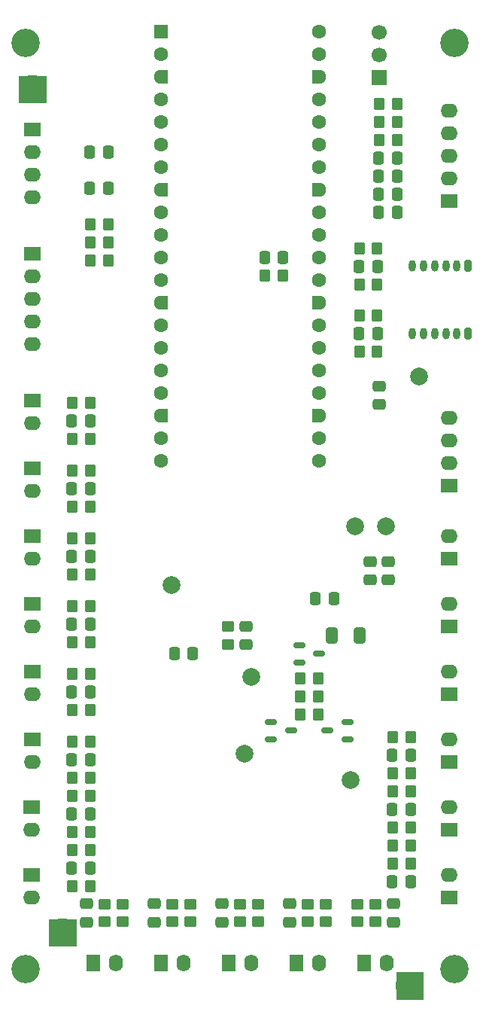
<source format=gbs>
%TF.GenerationSoftware,KiCad,Pcbnew,9.0.6-9.0.6~ubuntu24.04.1*%
%TF.CreationDate,2025-12-31T11:48:36-08:00*%
%TF.ProjectId,Pico-ButtonBoard-v1,5069636f-2d42-4757-9474-6f6e426f6172,1*%
%TF.SameCoordinates,Original*%
%TF.FileFunction,Soldermask,Bot*%
%TF.FilePolarity,Negative*%
%FSLAX46Y46*%
G04 Gerber Fmt 4.6, Leading zero omitted, Abs format (unit mm)*
G04 Created by KiCad (PCBNEW 9.0.6-9.0.6~ubuntu24.04.1) date 2025-12-31 11:48:36*
%MOMM*%
%LPD*%
G01*
G04 APERTURE LIST*
G04 Aperture macros list*
%AMRoundRect*
0 Rectangle with rounded corners*
0 $1 Rounding radius*
0 $2 $3 $4 $5 $6 $7 $8 $9 X,Y pos of 4 corners*
0 Add a 4 corners polygon primitive as box body*
4,1,4,$2,$3,$4,$5,$6,$7,$8,$9,$2,$3,0*
0 Add four circle primitives for the rounded corners*
1,1,$1+$1,$2,$3*
1,1,$1+$1,$4,$5*
1,1,$1+$1,$6,$7*
1,1,$1+$1,$8,$9*
0 Add four rect primitives between the rounded corners*
20,1,$1+$1,$2,$3,$4,$5,0*
20,1,$1+$1,$4,$5,$6,$7,0*
20,1,$1+$1,$6,$7,$8,$9,0*
20,1,$1+$1,$8,$9,$2,$3,0*%
%AMFreePoly0*
4,1,37,0.603843,0.796157,0.639018,0.796157,0.711114,0.766294,0.766294,0.711114,0.796157,0.639018,0.796157,0.603843,0.800000,0.600000,0.800000,-0.600000,0.796157,-0.603843,0.796157,-0.639018,0.766294,-0.711114,0.711114,-0.766294,0.639018,-0.796157,0.603843,-0.796157,0.600000,-0.800000,0.000000,-0.800000,0.000000,-0.796148,-0.078414,-0.796148,-0.232228,-0.765552,-0.377117,-0.705537,
-0.507515,-0.618408,-0.618408,-0.507515,-0.705537,-0.377117,-0.765552,-0.232228,-0.796148,-0.078414,-0.796148,0.078414,-0.765552,0.232228,-0.705537,0.377117,-0.618408,0.507515,-0.507515,0.618408,-0.377117,0.705537,-0.232228,0.765552,-0.078414,0.796148,0.000000,0.796148,0.000000,0.800000,0.600000,0.800000,0.603843,0.796157,0.603843,0.796157,$1*%
%AMFreePoly1*
4,1,37,0.000000,0.796148,0.078414,0.796148,0.232228,0.765552,0.377117,0.705537,0.507515,0.618408,0.618408,0.507515,0.705537,0.377117,0.765552,0.232228,0.796148,0.078414,0.796148,-0.078414,0.765552,-0.232228,0.705537,-0.377117,0.618408,-0.507515,0.507515,-0.618408,0.377117,-0.705537,0.232228,-0.765552,0.078414,-0.796148,0.000000,-0.796148,0.000000,-0.800000,-0.600000,-0.800000,
-0.603843,-0.796157,-0.639018,-0.796157,-0.711114,-0.766294,-0.766294,-0.711114,-0.796157,-0.639018,-0.796157,-0.603843,-0.800000,-0.600000,-0.800000,0.600000,-0.796157,0.603843,-0.796157,0.639018,-0.766294,0.711114,-0.711114,0.766294,-0.639018,0.796157,-0.603843,0.796157,-0.600000,0.800000,0.000000,0.800000,0.000000,0.796148,0.000000,0.796148,$1*%
G04 Aperture macros list end*
%ADD10C,0.100000*%
%ADD11R,1.600200X1.905000*%
%ADD12O,1.600200X1.905000*%
%ADD13R,1.905000X1.600200*%
%ADD14O,1.905000X1.600200*%
%ADD15C,2.000000*%
%ADD16RoundRect,0.200000X-0.600000X-0.600000X0.600000X-0.600000X0.600000X0.600000X-0.600000X0.600000X0*%
%ADD17C,1.600000*%
%ADD18FreePoly0,0.000000*%
%ADD19FreePoly1,0.000000*%
%ADD20R,1.700000X1.700000*%
%ADD21C,1.700000*%
%ADD22C,3.200000*%
%ADD23RoundRect,0.200000X0.200000X0.450000X-0.200000X0.450000X-0.200000X-0.450000X0.200000X-0.450000X0*%
%ADD24O,0.800000X1.300000*%
%ADD25RoundRect,0.250000X-0.350000X-0.450000X0.350000X-0.450000X0.350000X0.450000X-0.350000X0.450000X0*%
%ADD26RoundRect,0.250000X-0.337500X-0.475000X0.337500X-0.475000X0.337500X0.475000X-0.337500X0.475000X0*%
%ADD27RoundRect,0.250000X0.475000X-0.337500X0.475000X0.337500X-0.475000X0.337500X-0.475000X-0.337500X0*%
%ADD28RoundRect,0.150000X-0.512500X-0.150000X0.512500X-0.150000X0.512500X0.150000X-0.512500X0.150000X0*%
%ADD29RoundRect,0.250000X0.350000X0.450000X-0.350000X0.450000X-0.350000X-0.450000X0.350000X-0.450000X0*%
%ADD30RoundRect,0.250000X0.337500X0.475000X-0.337500X0.475000X-0.337500X-0.475000X0.337500X-0.475000X0*%
%ADD31RoundRect,0.250000X-0.450000X0.350000X-0.450000X-0.350000X0.450000X-0.350000X0.450000X0.350000X0*%
%ADD32RoundRect,0.150000X0.512500X0.150000X-0.512500X0.150000X-0.512500X-0.150000X0.512500X-0.150000X0*%
%ADD33RoundRect,0.250000X-0.475000X0.337500X-0.475000X-0.337500X0.475000X-0.337500X0.475000X0.337500X0*%
%ADD34RoundRect,0.250000X0.450000X-0.350000X0.450000X0.350000X-0.450000X0.350000X-0.450000X-0.350000X0*%
%ADD35C,3.124000*%
%ADD36RoundRect,0.250000X0.412500X0.650000X-0.412500X0.650000X-0.412500X-0.650000X0.412500X-0.650000X0*%
G04 APERTURE END LIST*
D10*
%TO.C,FID5*%
X185345200Y-174550200D02*
X182345200Y-174550200D01*
X182345200Y-171550200D01*
X185345200Y-171550200D01*
X185345200Y-174550200D01*
G36*
X185345200Y-174550200D02*
G01*
X182345200Y-174550200D01*
X182345200Y-171550200D01*
X185345200Y-171550200D01*
X185345200Y-174550200D01*
G37*
%TO.C,FID4*%
X224410400Y-180544600D02*
X221410400Y-180544600D01*
X221410400Y-177544600D01*
X224410400Y-177544600D01*
X224410400Y-180544600D01*
G36*
X224410400Y-180544600D02*
G01*
X221410400Y-180544600D01*
X221410400Y-177544600D01*
X224410400Y-177544600D01*
X224410400Y-180544600D01*
G37*
%TO.C,FID6*%
X181967000Y-79732000D02*
X178967000Y-79732000D01*
X178967000Y-76732000D01*
X181967000Y-76732000D01*
X181967000Y-79732000D01*
G36*
X181967000Y-79732000D02*
G01*
X178967000Y-79732000D01*
X178967000Y-76732000D01*
X181967000Y-76732000D01*
X181967000Y-79732000D01*
G37*
%TD*%
D11*
%TO.C,J14*%
X210185000Y-176530000D03*
D12*
X212725000Y-176530000D03*
%TD*%
D13*
%TO.C,J20*%
X227330000Y-138667820D03*
D14*
X227330000Y-136127820D03*
%TD*%
D15*
%TO.C,TP2*%
X204292200Y-152984200D03*
%TD*%
%TO.C,TP5*%
X216789000Y-127381000D03*
%TD*%
D13*
%TO.C,J6*%
X180411590Y-136138311D03*
D14*
X180411590Y-138678311D03*
%TD*%
D16*
%TO.C,A1*%
X194945000Y-71755000D03*
D17*
X194945000Y-74295000D03*
D18*
X194945000Y-76835000D03*
D17*
X194945000Y-79375000D03*
X194945000Y-81915000D03*
X194945000Y-84455000D03*
X194945000Y-86995000D03*
D18*
X194945000Y-89535000D03*
D17*
X194945000Y-92075000D03*
X194945000Y-94615000D03*
X194945000Y-97155000D03*
X194945000Y-99695000D03*
D18*
X194945000Y-102235000D03*
D17*
X194945000Y-104775000D03*
X194945000Y-107315000D03*
X194945000Y-109855000D03*
X194945000Y-112395000D03*
D18*
X194945000Y-114935000D03*
D17*
X194945000Y-117475000D03*
X194945000Y-120015000D03*
X212725000Y-120015000D03*
X212725000Y-117475000D03*
D19*
X212725000Y-114935000D03*
D17*
X212725000Y-112395000D03*
X212725000Y-109855000D03*
X212725000Y-107315000D03*
X212725000Y-104775000D03*
D19*
X212725000Y-102235000D03*
D17*
X212725000Y-99695000D03*
X212725000Y-97155000D03*
X212725000Y-94615000D03*
X212725000Y-92075000D03*
D19*
X212725000Y-89535000D03*
D17*
X212725000Y-86995000D03*
X212725000Y-84455000D03*
X212725000Y-81915000D03*
X212725000Y-79375000D03*
D19*
X212725000Y-76835000D03*
D17*
X212725000Y-74295000D03*
X212725000Y-71755000D03*
%TD*%
D15*
%TO.C,TP7*%
X223951800Y-110540800D03*
%TD*%
D13*
%TO.C,J18*%
X227330000Y-122792820D03*
D14*
X227330000Y-120252820D03*
X227330000Y-117712820D03*
X227330000Y-115172820D03*
%TD*%
D13*
%TO.C,J8*%
X180411590Y-151378311D03*
D14*
X180411590Y-153918311D03*
%TD*%
D20*
%TO.C,J16*%
X219456000Y-76962000D03*
D21*
X219456000Y-74422000D03*
X219456000Y-71882000D03*
%TD*%
D13*
%TO.C,J3*%
X180411590Y-113278311D03*
D14*
X180411590Y-115818311D03*
%TD*%
D22*
%TO.C,H2*%
X179705000Y-177165000D03*
%TD*%
D13*
%TO.C,J7*%
X180411590Y-143758311D03*
D14*
X180411590Y-146298311D03*
%TD*%
D13*
%TO.C,J22*%
X227330000Y-153907820D03*
D14*
X227330000Y-151367820D03*
%TD*%
D15*
%TO.C,TP1*%
X196088000Y-133985000D03*
%TD*%
D23*
%TO.C,J25*%
X229489800Y-98097000D03*
D24*
X228239800Y-98097000D03*
X226989800Y-98097000D03*
X225739800Y-98097000D03*
X224489800Y-98097000D03*
X223239800Y-98097000D03*
%TD*%
D13*
%TO.C,J21*%
X227330000Y-146287820D03*
D14*
X227330000Y-143747820D03*
%TD*%
D11*
%TO.C,J12*%
X194945000Y-176530000D03*
D12*
X197485000Y-176530000D03*
%TD*%
D15*
%TO.C,TP6*%
X220218000Y-127381000D03*
%TD*%
D22*
%TO.C,H4*%
X227965000Y-177165000D03*
%TD*%
D11*
%TO.C,J11*%
X187325000Y-176530000D03*
D12*
X189865000Y-176530000D03*
%TD*%
D15*
%TO.C,TP4*%
X216230200Y-155905200D03*
%TD*%
D13*
%TO.C,J23*%
X227330000Y-161527820D03*
D14*
X227330000Y-158987820D03*
%TD*%
D13*
%TO.C,J5*%
X180411590Y-128518311D03*
D14*
X180411590Y-131058311D03*
%TD*%
D11*
%TO.C,J13*%
X202565000Y-176530000D03*
D12*
X205105000Y-176530000D03*
%TD*%
D23*
%TO.C,J26*%
X229489800Y-105717000D03*
D24*
X228239800Y-105717000D03*
X226989800Y-105717000D03*
X225739800Y-105717000D03*
X224489800Y-105717000D03*
X223239800Y-105717000D03*
%TD*%
D13*
%TO.C,J4*%
X180411590Y-120898311D03*
D14*
X180411590Y-123438311D03*
%TD*%
D13*
%TO.C,J10*%
X180340000Y-166607820D03*
D14*
X180340000Y-169147820D03*
%TD*%
D13*
%TO.C,J2*%
X180411590Y-96768311D03*
D14*
X180411590Y-99308311D03*
X180411590Y-101848311D03*
X180411590Y-104388311D03*
X180411590Y-106928311D03*
%TD*%
D11*
%TO.C,J15*%
X217805000Y-176530000D03*
D12*
X220345000Y-176530000D03*
%TD*%
D13*
%TO.C,J19*%
X227330000Y-131047820D03*
D14*
X227330000Y-128507820D03*
%TD*%
D13*
%TO.C,J9*%
X180340000Y-158987820D03*
D14*
X180340000Y-161527820D03*
%TD*%
D22*
%TO.C,H3*%
X227965000Y-73025000D03*
%TD*%
D13*
%TO.C,J1*%
X180411590Y-82798311D03*
D14*
X180411590Y-85338311D03*
X180411590Y-87878311D03*
X180411590Y-90418311D03*
%TD*%
D15*
%TO.C,TP3*%
X205105000Y-144348200D03*
%TD*%
D13*
%TO.C,J17*%
X227330000Y-90805000D03*
D14*
X227330000Y-88265000D03*
X227330000Y-85725000D03*
X227330000Y-83185000D03*
X227330000Y-80645000D03*
%TD*%
D22*
%TO.C,H1*%
X179705000Y-73025000D03*
%TD*%
D13*
%TO.C,J24*%
X227330000Y-169147820D03*
D14*
X227330000Y-166607820D03*
%TD*%
D25*
%TO.C,R47*%
X217262200Y-103708200D03*
X219262200Y-103708200D03*
%TD*%
%TO.C,R55*%
X206645000Y-99187000D03*
X208645000Y-99187000D03*
%TD*%
%TO.C,R68*%
X184928000Y-121158000D03*
X186928000Y-121158000D03*
%TD*%
D26*
%TO.C,C34*%
X184890500Y-123190000D03*
X186965500Y-123190000D03*
%TD*%
D27*
%TO.C,C12*%
X221107000Y-171913500D03*
X221107000Y-169838500D03*
%TD*%
D28*
%TO.C,Q2*%
X210469500Y-142682000D03*
X210469500Y-140782000D03*
X212744500Y-141732000D03*
%TD*%
D29*
%TO.C,R67*%
X186928000Y-117602000D03*
X184928000Y-117602000D03*
%TD*%
%TO.C,R64*%
X188960000Y-95504000D03*
X186960000Y-95504000D03*
%TD*%
%TO.C,R63*%
X188960000Y-93472000D03*
X186960000Y-93472000D03*
%TD*%
D26*
%TO.C,C20*%
X217220800Y-98171000D03*
X219295800Y-98171000D03*
%TD*%
D30*
%TO.C,C9*%
X223033500Y-153162000D03*
X220958500Y-153162000D03*
%TD*%
D25*
%TO.C,R76*%
X184928000Y-151638000D03*
X186928000Y-151638000D03*
%TD*%
D27*
%TO.C,C18*%
X219515500Y-113686500D03*
X219515500Y-111611500D03*
%TD*%
%TO.C,C27*%
X201803000Y-171913500D03*
X201803000Y-169838500D03*
%TD*%
D26*
%TO.C,C16*%
X219434500Y-92075000D03*
X221509500Y-92075000D03*
%TD*%
D31*
%TO.C,R60*%
X196215000Y-169876000D03*
X196215000Y-171876000D03*
%TD*%
D29*
%TO.C,R52*%
X212607000Y-146558000D03*
X210607000Y-146558000D03*
%TD*%
D28*
%TO.C,D24*%
X207269500Y-151318000D03*
X207269500Y-149418000D03*
X209544500Y-150368000D03*
%TD*%
D26*
%TO.C,C21*%
X217224700Y-105740200D03*
X219299700Y-105740200D03*
%TD*%
D32*
%TO.C,D23*%
X215894500Y-149418000D03*
X215894500Y-151318000D03*
X213619500Y-150368000D03*
%TD*%
D30*
%TO.C,C28*%
X198522500Y-141732000D03*
X196447500Y-141732000D03*
%TD*%
D33*
%TO.C,C26*%
X204520800Y-138611700D03*
X204520800Y-140686700D03*
%TD*%
D29*
%TO.C,R77*%
X186928000Y-155702000D03*
X184928000Y-155702000D03*
%TD*%
D26*
%TO.C,C15*%
X219434500Y-90043000D03*
X221509500Y-90043000D03*
%TD*%
D31*
%TO.C,R58*%
X202488800Y-138649200D03*
X202488800Y-140649200D03*
%TD*%
D30*
%TO.C,C23*%
X214397500Y-135487500D03*
X212322500Y-135487500D03*
%TD*%
D25*
%TO.C,R66*%
X184928000Y-113538000D03*
X186928000Y-113538000D03*
%TD*%
D26*
%TO.C,C33*%
X184890500Y-115570000D03*
X186965500Y-115570000D03*
%TD*%
D34*
%TO.C,R50*%
X213487000Y-171876000D03*
X213487000Y-169876000D03*
%TD*%
D31*
%TO.C,R62*%
X188595000Y-169876000D03*
X188595000Y-171876000D03*
%TD*%
D25*
%TO.C,R70*%
X184928000Y-128778000D03*
X186928000Y-128778000D03*
%TD*%
D26*
%TO.C,C40*%
X184890500Y-165862000D03*
X186965500Y-165862000D03*
%TD*%
D34*
%TO.C,R59*%
X198247000Y-171876000D03*
X198247000Y-169876000D03*
%TD*%
D25*
%TO.C,R78*%
X184928000Y-157734000D03*
X186928000Y-157734000D03*
%TD*%
D29*
%TO.C,R81*%
X186928000Y-167894000D03*
X184928000Y-167894000D03*
%TD*%
%TO.C,R65*%
X188960000Y-97536000D03*
X186960000Y-97536000D03*
%TD*%
%TO.C,R69*%
X186928000Y-125222000D03*
X184928000Y-125222000D03*
%TD*%
%TO.C,R36*%
X222996000Y-155194000D03*
X220996000Y-155194000D03*
%TD*%
D27*
%TO.C,C29*%
X194183000Y-171913500D03*
X194183000Y-169838500D03*
%TD*%
D35*
%TO.C,FID5*%
X183845200Y-173050200D03*
%TD*%
D26*
%TO.C,C39*%
X184890500Y-159766000D03*
X186965500Y-159766000D03*
%TD*%
D29*
%TO.C,R39*%
X222996000Y-163322000D03*
X220996000Y-163322000D03*
%TD*%
%TO.C,R38*%
X222996000Y-161290000D03*
X220996000Y-161290000D03*
%TD*%
D25*
%TO.C,R74*%
X184928000Y-144018000D03*
X186928000Y-144018000D03*
%TD*%
D29*
%TO.C,R71*%
X186928000Y-132842000D03*
X184928000Y-132842000D03*
%TD*%
D25*
%TO.C,R41*%
X219472000Y-79883000D03*
X221472000Y-79883000D03*
%TD*%
D30*
%TO.C,C25*%
X208682500Y-97155000D03*
X206607500Y-97155000D03*
%TD*%
D26*
%TO.C,C14*%
X219434500Y-88011000D03*
X221509500Y-88011000D03*
%TD*%
D25*
%TO.C,R72*%
X184928000Y-136398000D03*
X186928000Y-136398000D03*
%TD*%
D26*
%TO.C,C31*%
X186922500Y-89408000D03*
X188997500Y-89408000D03*
%TD*%
D25*
%TO.C,R35*%
X220996000Y-151130000D03*
X222996000Y-151130000D03*
%TD*%
D34*
%TO.C,R56*%
X205867000Y-171876000D03*
X205867000Y-169876000D03*
%TD*%
%TO.C,R49*%
X217043000Y-171876000D03*
X217043000Y-169876000D03*
%TD*%
D30*
%TO.C,C13*%
X221509500Y-85979000D03*
X219434500Y-85979000D03*
%TD*%
D36*
%TO.C,C22*%
X217259300Y-139623800D03*
X214134300Y-139623800D03*
%TD*%
D31*
%TO.C,R44*%
X219075000Y-169876000D03*
X219075000Y-171876000D03*
%TD*%
D35*
%TO.C,FID4*%
X222910400Y-179044600D03*
%TD*%
D25*
%TO.C,R45*%
X217258300Y-96139000D03*
X219258300Y-96139000D03*
%TD*%
D35*
%TO.C,FID6*%
X180467000Y-78232000D03*
%TD*%
D25*
%TO.C,R40*%
X220996000Y-165354000D03*
X222996000Y-165354000D03*
%TD*%
D26*
%TO.C,C36*%
X184890500Y-138430000D03*
X186965500Y-138430000D03*
%TD*%
D25*
%TO.C,R43*%
X219472000Y-83947000D03*
X221472000Y-83947000D03*
%TD*%
D27*
%TO.C,C24*%
X209423000Y-171913500D03*
X209423000Y-169838500D03*
%TD*%
D29*
%TO.C,R79*%
X186928000Y-161798000D03*
X184928000Y-161798000D03*
%TD*%
D26*
%TO.C,C37*%
X184890500Y-146050000D03*
X186965500Y-146050000D03*
%TD*%
D29*
%TO.C,R73*%
X186928000Y-140462000D03*
X184928000Y-140462000D03*
%TD*%
D34*
%TO.C,R61*%
X190627000Y-171876000D03*
X190627000Y-169876000D03*
%TD*%
D27*
%TO.C,C17*%
X220472000Y-133400800D03*
X220472000Y-131325800D03*
%TD*%
D26*
%TO.C,C30*%
X186922500Y-85344000D03*
X188997500Y-85344000D03*
%TD*%
D25*
%TO.C,R42*%
X219472000Y-81915000D03*
X221472000Y-81915000D03*
%TD*%
D26*
%TO.C,C35*%
X184890500Y-130810000D03*
X186965500Y-130810000D03*
%TD*%
D27*
%TO.C,C19*%
X218440000Y-133400800D03*
X218440000Y-131325800D03*
%TD*%
D25*
%TO.C,R37*%
X220996000Y-157226000D03*
X222996000Y-157226000D03*
%TD*%
D29*
%TO.C,R75*%
X186928000Y-148082000D03*
X184928000Y-148082000D03*
%TD*%
D25*
%TO.C,R46*%
X217258300Y-100203000D03*
X219258300Y-100203000D03*
%TD*%
D31*
%TO.C,R54*%
X211455000Y-169876000D03*
X211455000Y-171876000D03*
%TD*%
D30*
%TO.C,C11*%
X223033500Y-167386000D03*
X220958500Y-167386000D03*
%TD*%
D26*
%TO.C,C38*%
X184890500Y-153670000D03*
X186965500Y-153670000D03*
%TD*%
D25*
%TO.C,R53*%
X210607000Y-148590000D03*
X212607000Y-148590000D03*
%TD*%
D27*
%TO.C,C32*%
X186563000Y-171913500D03*
X186563000Y-169838500D03*
%TD*%
D25*
%TO.C,R80*%
X184928000Y-163830000D03*
X186928000Y-163830000D03*
%TD*%
D30*
%TO.C,C10*%
X223033500Y-159258000D03*
X220958500Y-159258000D03*
%TD*%
D25*
%TO.C,R48*%
X217262200Y-107772200D03*
X219262200Y-107772200D03*
%TD*%
D31*
%TO.C,R57*%
X203835000Y-169876000D03*
X203835000Y-171876000D03*
%TD*%
D25*
%TO.C,R51*%
X210607000Y-144526000D03*
X212607000Y-144526000D03*
%TD*%
M02*

</source>
